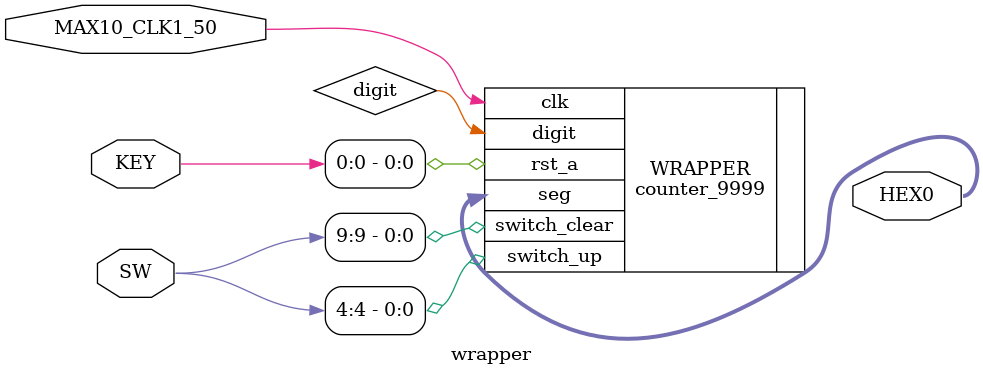
<source format=v>
module wrapper(
	input [9:0] SW,
	input MAX10_CLK1_50,
	input [1:0] KEY,
	output wire [6:0] HEX0
);

counter_9999 WRAPPER(
	.clk(MAX10_CLK1_50),
	.switch_up(SW[4]),
	.switch_clear(SW[9]),
	.rst_a(KEY[0]),
	.seg(HEX0),
	.digit
);


endmodule
</source>
